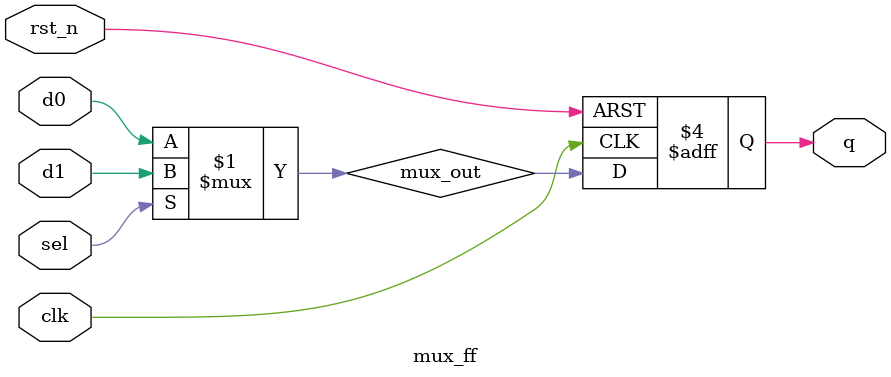
<source format=v>
module mux_ff (
    input  wire clk,       // clock for FF
    input  wire rst_n,     // active-low reset
    input  wire sel,       // select line for mux
    input  wire d0,        // mux input 0
    input  wire d1,        // mux input 1
    output reg  q          // flip-flop output
);

    // wire between mux and FF
    wire mux_out;

    // 2:1 MUX
    assign mux_out = (sel) ? d1 : d0;

    // D Flip-Flop with synchronous reset
    always @(posedge clk or negedge rst_n) begin
        if (!rst_n)
            q <= 1'b0;
        else
            q <= mux_out;
    end

endmodule

</source>
